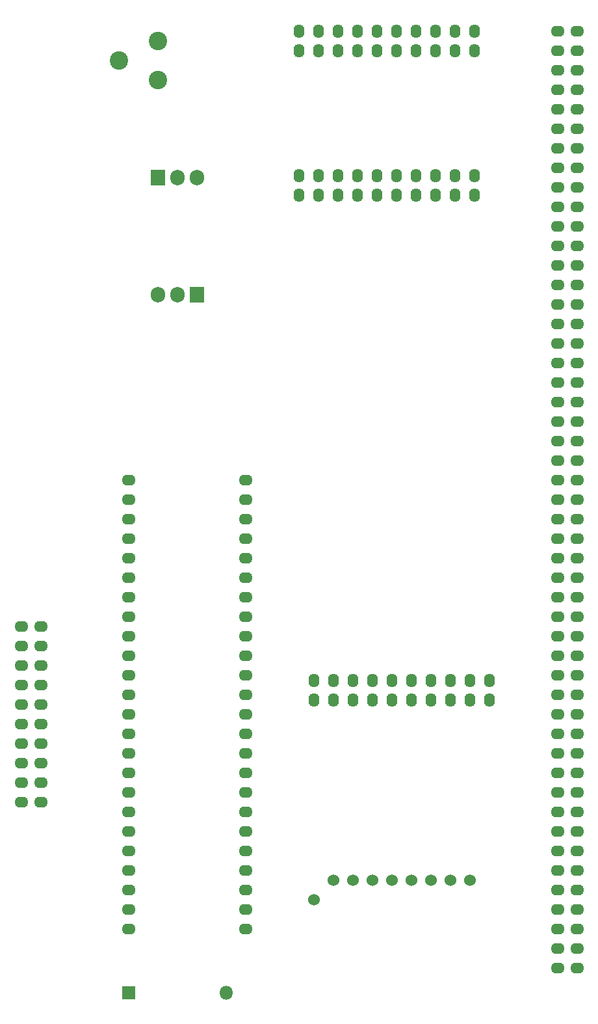
<source format=gbr>
%TF.GenerationSoftware,KiCad,Pcbnew,(5.1.9)-1*%
%TF.CreationDate,2021-10-09T15:43:02-04:00*%
%TF.ProjectId,4wire_sd_breakout,34776972-655f-4736-945f-627265616b6f,rev?*%
%TF.SameCoordinates,Original*%
%TF.FileFunction,Soldermask,Bot*%
%TF.FilePolarity,Negative*%
%FSLAX46Y46*%
G04 Gerber Fmt 4.6, Leading zero omitted, Abs format (unit mm)*
G04 Created by KiCad (PCBNEW (5.1.9)-1) date 2021-10-09 15:43:02*
%MOMM*%
%LPD*%
G01*
G04 APERTURE LIST*
%ADD10C,1.524000*%
%ADD11O,1.800000X1.400000*%
%ADD12O,1.400000X1.800000*%
%ADD13O,1.905000X2.000000*%
%ADD14R,1.905000X2.000000*%
%ADD15C,2.400000*%
%ADD16O,1.800000X1.800000*%
%ADD17R,1.800000X1.800000*%
G04 APERTURE END LIST*
D10*
%TO.C,U6*%
X83820000Y-160020000D03*
X104140000Y-157480000D03*
X101600000Y-157480000D03*
X99060000Y-157480000D03*
X96520000Y-157480000D03*
X93980000Y-157480000D03*
X91440000Y-157480000D03*
X88900000Y-157480000D03*
X86360000Y-157480000D03*
%TD*%
D11*
%TO.C,U4*%
X59690000Y-163830000D03*
X74930000Y-163830000D03*
X59690000Y-161290000D03*
X74930000Y-161290000D03*
X59690000Y-158750000D03*
X74930000Y-158750000D03*
X59690000Y-156210000D03*
X74930000Y-156210000D03*
X59690000Y-153670000D03*
X74930000Y-153670000D03*
X59690000Y-151130000D03*
X74930000Y-151130000D03*
X59690000Y-148590000D03*
X74930000Y-148590000D03*
X59690000Y-146050000D03*
X74930000Y-146050000D03*
X59690000Y-143510000D03*
X74930000Y-143510000D03*
X59690000Y-140970000D03*
X74930000Y-140970000D03*
X59690000Y-138430000D03*
X74930000Y-138430000D03*
X59690000Y-135890000D03*
X74930000Y-135890000D03*
X59690000Y-133350000D03*
X74930000Y-133350000D03*
X59690000Y-130810000D03*
X74930000Y-130810000D03*
X59690000Y-128270000D03*
X74930000Y-128270000D03*
X59690000Y-125730000D03*
X74930000Y-125730000D03*
X59690000Y-123190000D03*
X74930000Y-123190000D03*
X59690000Y-120650000D03*
X74930000Y-120650000D03*
X59690000Y-118110000D03*
X74930000Y-118110000D03*
X59690000Y-115570000D03*
X74930000Y-115570000D03*
X59690000Y-113030000D03*
X74930000Y-113030000D03*
X59690000Y-110490000D03*
X74930000Y-110490000D03*
X59690000Y-107950000D03*
X74930000Y-107950000D03*
X59690000Y-105410000D03*
X74930000Y-105410000D03*
%TD*%
D12*
%TO.C,U8*%
X81915000Y-65786000D03*
X81915000Y-68326000D03*
X84455000Y-65786000D03*
X84455000Y-68326000D03*
X86995000Y-65786000D03*
X86995000Y-68326000D03*
X89535000Y-65786000D03*
X89535000Y-68326000D03*
X92075000Y-65786000D03*
X92075000Y-68326000D03*
X94615000Y-65786000D03*
X94615000Y-68326000D03*
X97155000Y-65786000D03*
X97155000Y-68326000D03*
X99695000Y-65786000D03*
X99695000Y-68326000D03*
X102235000Y-65786000D03*
X102235000Y-68326000D03*
X104775000Y-65786000D03*
X104775000Y-68326000D03*
%TD*%
%TO.C,U7*%
X81915000Y-46990000D03*
X81915000Y-49530000D03*
X84455000Y-46990000D03*
X84455000Y-49530000D03*
X86995000Y-46990000D03*
X86995000Y-49530000D03*
X89535000Y-46990000D03*
X89535000Y-49530000D03*
X92075000Y-46990000D03*
X92075000Y-49530000D03*
X94615000Y-46990000D03*
X94615000Y-49530000D03*
X97155000Y-46990000D03*
X97155000Y-49530000D03*
X99695000Y-46990000D03*
X99695000Y-49530000D03*
X102235000Y-46990000D03*
X102235000Y-49530000D03*
X104775000Y-46990000D03*
X104775000Y-49530000D03*
%TD*%
%TO.C,U5*%
X106680000Y-133985000D03*
X106680000Y-131445000D03*
X104140000Y-133985000D03*
X104140000Y-131445000D03*
X101600000Y-133985000D03*
X101600000Y-131445000D03*
X99060000Y-133985000D03*
X99060000Y-131445000D03*
X96520000Y-133985000D03*
X96520000Y-131445000D03*
X93980000Y-133985000D03*
X93980000Y-131445000D03*
X91440000Y-133985000D03*
X91440000Y-131445000D03*
X88900000Y-133985000D03*
X88900000Y-131445000D03*
X86360000Y-133985000D03*
X86360000Y-131445000D03*
X83820000Y-133985000D03*
X83820000Y-131445000D03*
%TD*%
D11*
%TO.C,U3*%
X48260000Y-124460000D03*
X45720000Y-124460000D03*
X48260000Y-127000000D03*
X45720000Y-127000000D03*
X48260000Y-129540000D03*
X45720000Y-129540000D03*
X48260000Y-132080000D03*
X45720000Y-132080000D03*
X48260000Y-134620000D03*
X45720000Y-134620000D03*
X48260000Y-137160000D03*
X45720000Y-137160000D03*
X48260000Y-139700000D03*
X45720000Y-139700000D03*
X48260000Y-142240000D03*
X45720000Y-142240000D03*
X48260000Y-144780000D03*
X45720000Y-144780000D03*
X48260000Y-147320000D03*
X45720000Y-147320000D03*
%TD*%
D13*
%TO.C,U2*%
X63500000Y-81280000D03*
X66040000Y-81280000D03*
D14*
X68580000Y-81280000D03*
%TD*%
D13*
%TO.C,U1*%
X68580000Y-66040000D03*
X66040000Y-66040000D03*
D14*
X63500000Y-66040000D03*
%TD*%
D11*
%TO.C,J2*%
X118110000Y-46990000D03*
X115570000Y-46990000D03*
X118110000Y-49530000D03*
X115570000Y-49530000D03*
X118110000Y-52070000D03*
X115570000Y-52070000D03*
X118110000Y-54610000D03*
X115570000Y-54610000D03*
X118110000Y-57150000D03*
X115570000Y-57150000D03*
X118110000Y-59690000D03*
X115570000Y-59690000D03*
X118110000Y-62230000D03*
X115570000Y-62230000D03*
X118110000Y-64770000D03*
X115570000Y-64770000D03*
X118110000Y-67310000D03*
X115570000Y-67310000D03*
X118110000Y-69850000D03*
X115570000Y-69850000D03*
X118110000Y-72390000D03*
X115570000Y-72390000D03*
X118110000Y-74930000D03*
X115570000Y-74930000D03*
X118110000Y-77470000D03*
X115570000Y-77470000D03*
X118110000Y-80010000D03*
X115570000Y-80010000D03*
X118110000Y-82550000D03*
X115570000Y-82550000D03*
X118110000Y-85090000D03*
X115570000Y-85090000D03*
X118110000Y-87630000D03*
X115570000Y-87630000D03*
X118110000Y-90170000D03*
X115570000Y-90170000D03*
X118110000Y-92710000D03*
X115570000Y-92710000D03*
X118110000Y-95250000D03*
X115570000Y-95250000D03*
X118110000Y-97790000D03*
X115570000Y-97790000D03*
X118110000Y-100330000D03*
X115570000Y-100330000D03*
X118110000Y-102870000D03*
X115570000Y-102870000D03*
X118110000Y-105410000D03*
X115570000Y-105410000D03*
X118110000Y-107950000D03*
X115570000Y-107950000D03*
X118110000Y-110490000D03*
X115570000Y-110490000D03*
X118110000Y-113030000D03*
X115570000Y-113030000D03*
X118110000Y-115570000D03*
X115570000Y-115570000D03*
X118110000Y-118110000D03*
X115570000Y-118110000D03*
X118110000Y-120650000D03*
X115570000Y-120650000D03*
X118110000Y-123190000D03*
X115570000Y-123190000D03*
X118110000Y-125730000D03*
X115570000Y-125730000D03*
X118110000Y-128270000D03*
X115570000Y-128270000D03*
X118110000Y-130810000D03*
X115570000Y-130810000D03*
X118110000Y-133350000D03*
X115570000Y-133350000D03*
X118110000Y-135890000D03*
X115570000Y-135890000D03*
X118110000Y-138430000D03*
X115570000Y-138430000D03*
X118110000Y-140970000D03*
X115570000Y-140970000D03*
X118110000Y-143510000D03*
X115570000Y-143510000D03*
X118110000Y-146050000D03*
X115570000Y-146050000D03*
X118110000Y-148590000D03*
X115570000Y-148590000D03*
X118110000Y-151130000D03*
X115570000Y-151130000D03*
X118110000Y-153670000D03*
X115570000Y-153670000D03*
X118110000Y-156210000D03*
X115570000Y-156210000D03*
X118110000Y-158750000D03*
X115570000Y-158750000D03*
X118110000Y-161290000D03*
X115570000Y-161290000D03*
X118110000Y-163830000D03*
X115570000Y-163830000D03*
X118110000Y-166370000D03*
X115570000Y-166370000D03*
X118110000Y-168910000D03*
X115570000Y-168910000D03*
%TD*%
D15*
%TO.C,J1*%
X58420000Y-50800000D03*
X63500000Y-48260000D03*
X63500000Y-53340000D03*
%TD*%
D16*
%TO.C,D1*%
X72390000Y-172085000D03*
D17*
X59690000Y-172085000D03*
%TD*%
M02*

</source>
